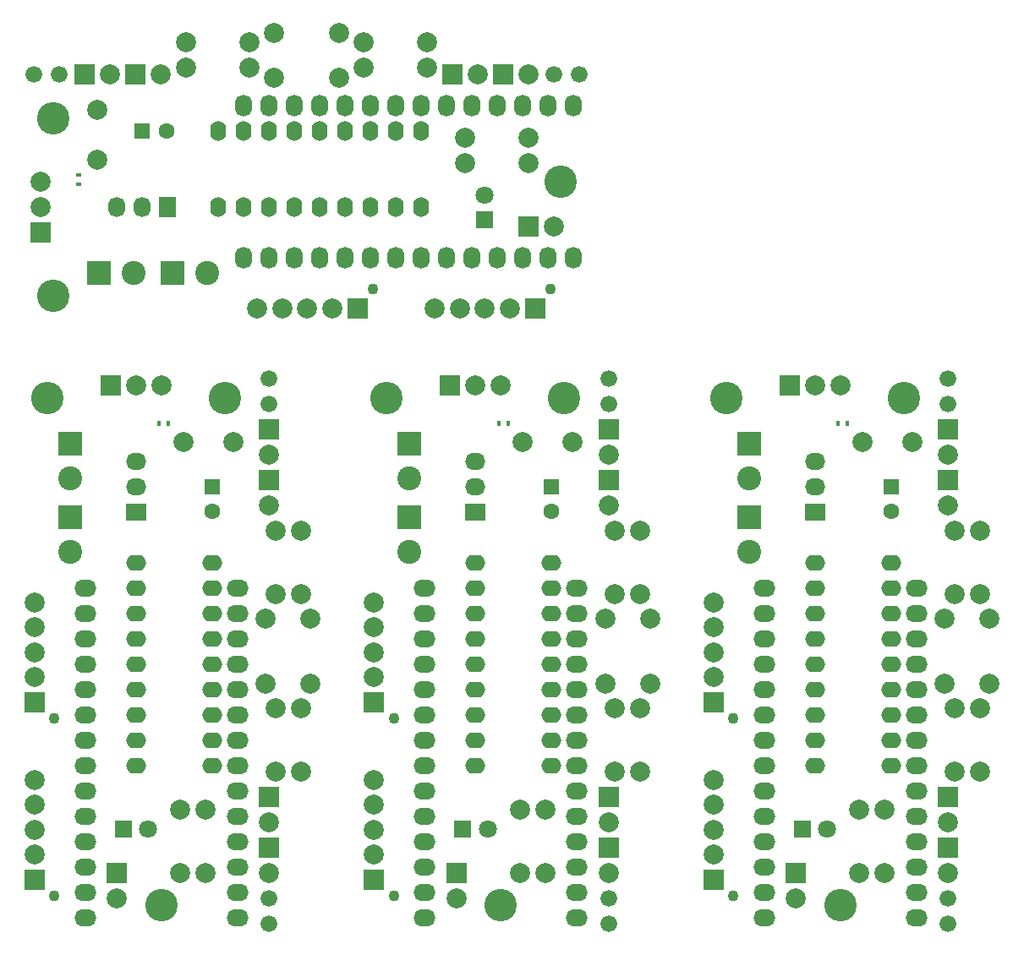
<source format=gbs>
%MOIN*%
%OFA0B0*%
%FSLAX46Y46*%
%IPPOS*%
%LPD*%
%ADD10C,0.0039370078740157488*%
%ADD11R,0.07874015748031496X0.07874015748031496*%
%ADD12C,0.07874015748031496*%
%ADD13C,0.043307086614173235*%
%ADD14R,0.08X0.068*%
%ADD15O,0.08X0.068*%
%ADD16O,0.086614173228346469X0.066929133858267723*%
%ADD17C,0.066*%
%ADD18R,0.070866141732283464X0.070866141732283464*%
%ADD19C,0.070866141732283464*%
%ADD20O,0.07874015748031496X0.062992125984251982*%
%ADD21C,0.12795275590551181*%
%ADD22C,0.062992125984251982*%
%ADD23R,0.062992125984251982X0.062992125984251982*%
%ADD24C,0.094488188976377951*%
%ADD25R,0.094488188976377951X0.094488188976377951*%
%ADD26R,0.015748031496062995X0.023622047244094488*%
%ADD27C,0.0787*%
%ADD38C,0.0039370078740157488*%
%ADD39R,0.07874015748031496X0.07874015748031496*%
%ADD40C,0.07874015748031496*%
%ADD41C,0.043307086614173235*%
%ADD42R,0.068X0.08*%
%ADD43O,0.068X0.08*%
%ADD44O,0.066929133858267723X0.086614173228346469*%
%ADD45C,0.066*%
%ADD46R,0.070866141732283464X0.070866141732283464*%
%ADD47C,0.070866141732283464*%
%ADD48O,0.062992125984251982X0.07874015748031496*%
%ADD49C,0.12795275590551181*%
%ADD50C,0.062992125984251982*%
%ADD51R,0.062992125984251982X0.062992125984251982*%
%ADD52C,0.094488188976377951*%
%ADD53R,0.094488188976377951X0.094488188976377951*%
%ADD54R,0.023622047244094488X0.015748031496062995*%
%ADD55C,0.0787*%
%ADD56C,0.0039370078740157488*%
%ADD57R,0.07874015748031496X0.07874015748031496*%
%ADD58C,0.07874015748031496*%
%ADD59C,0.043307086614173235*%
%ADD60R,0.08X0.068*%
%ADD61O,0.08X0.068*%
%ADD62O,0.086614173228346469X0.066929133858267723*%
%ADD63C,0.066*%
%ADD64R,0.070866141732283464X0.070866141732283464*%
%ADD65C,0.070866141732283464*%
%ADD66O,0.07874015748031496X0.062992125984251982*%
%ADD67C,0.12795275590551181*%
%ADD68C,0.062992125984251982*%
%ADD69R,0.062992125984251982X0.062992125984251982*%
%ADD70C,0.094488188976377951*%
%ADD71R,0.094488188976377951X0.094488188976377951*%
%ADD72R,0.015748031496062995X0.023622047244094488*%
%ADD73C,0.0787*%
%ADD74C,0.0039370078740157488*%
%ADD75R,0.07874015748031496X0.07874015748031496*%
%ADD76C,0.07874015748031496*%
%ADD77C,0.043307086614173235*%
%ADD78R,0.08X0.068*%
%ADD79O,0.08X0.068*%
%ADD80O,0.086614173228346469X0.066929133858267723*%
%ADD81C,0.066*%
%ADD82R,0.070866141732283464X0.070866141732283464*%
%ADD83C,0.070866141732283464*%
%ADD84O,0.07874015748031496X0.062992125984251982*%
%ADD85C,0.12795275590551181*%
%ADD86C,0.062992125984251982*%
%ADD87R,0.062992125984251982X0.062992125984251982*%
%ADD88C,0.094488188976377951*%
%ADD89R,0.094488188976377951X0.094488188976377951*%
%ADD90R,0.015748031496062995X0.023622047244094488*%
%ADD91C,0.0787*%
G01*
D10*
D11*
X-0004799999Y0004650000D02*
X0000100000Y0000250000D03*
D12*
X0000100000Y0000348425D03*
X0000100000Y0000446850D03*
X0000100000Y0000545275D03*
X0000100000Y0000643700D03*
D13*
X0000178740Y0000187007D03*
D14*
X0000500000Y0001700000D03*
D15*
X0000500000Y0001800000D03*
X0000500000Y0001900000D03*
D16*
X0000300000Y0000100000D03*
X0000300000Y0000200000D03*
X0000300000Y0000300000D03*
X0000300000Y0000400000D03*
X0000300000Y0000500000D03*
X0000300000Y0000600000D03*
X0000300000Y0000700000D03*
X0000300000Y0000800000D03*
X0000300000Y0000900000D03*
X0000300000Y0001000000D03*
X0000300000Y0001100000D03*
X0000300000Y0001200000D03*
X0000300000Y0001300000D03*
X0000300000Y0001400000D03*
D12*
X0000686574Y0001975000D03*
X0000883425Y0001975000D03*
X0001025000Y0000275000D03*
D11*
X0001025000Y0000375000D03*
D17*
X0001025000Y0002125000D03*
X0001025000Y0002225000D03*
D18*
X0000450000Y0000450000D03*
D19*
X0000548425Y0000450000D03*
D11*
X0000425000Y0000275000D03*
D12*
X0000425000Y0000176574D03*
D20*
X0000800000Y0000700000D03*
X0000800000Y0000800000D03*
X0000800000Y0000900000D03*
X0000800000Y0001000000D03*
X0000800000Y0001100000D03*
X0000800000Y0001200000D03*
X0000800000Y0001300000D03*
X0000800000Y0001400000D03*
X0000800000Y0001500000D03*
X0000500000Y0001500000D03*
X0000500000Y0001400000D03*
X0000500000Y0001300000D03*
X0000500000Y0001200000D03*
X0000500000Y0001100000D03*
X0000500000Y0001000000D03*
X0000500000Y0000900000D03*
X0000500000Y0000800000D03*
X0000500000Y0000700000D03*
D21*
X0000600000Y0000150000D03*
X0000850000Y0002150000D03*
X0000150000Y0002150000D03*
D22*
X0000800000Y0001701574D03*
D23*
X0000800000Y0001800000D03*
D11*
X0000400000Y0002200000D03*
D12*
X0000500000Y0002200000D03*
X0000600000Y0002200000D03*
D24*
X0000240000Y0001832204D03*
D25*
X0000240000Y0001970000D03*
D24*
X0000240000Y0001542204D03*
D25*
X0000240000Y0001680000D03*
D12*
X0001011417Y0001277952D03*
X0001188582Y0001277952D03*
X0001011417Y0001022047D03*
X0001188582Y0001022047D03*
D26*
X0000592283Y0002050000D03*
X0000627716Y0002050000D03*
D17*
X0001025000Y0000075000D03*
X0001025000Y0000175000D03*
D12*
X0001025000Y0000475000D03*
D11*
X0001025000Y0000575000D03*
D12*
X0001025000Y0001925000D03*
D11*
X0001025000Y0002025000D03*
D12*
X0001025000Y0001725000D03*
D11*
X0001025000Y0001825000D03*
D27*
X0000675000Y0000275000D03*
X0000675000Y0000525000D03*
X0000775000Y0000275000D03*
X0000775000Y0000525000D03*
X0001150000Y0001375000D03*
X0001150000Y0001625000D03*
X0001050000Y0001375000D03*
X0001050000Y0001625000D03*
X0001150000Y0000925000D03*
X0001150000Y0000675000D03*
X0001050000Y0000925000D03*
X0001050000Y0000675000D03*
D16*
X0000900000Y0000100000D03*
X0000900000Y0000200000D03*
X0000900000Y0000300000D03*
X0000900000Y0000400000D03*
X0000900000Y0000500000D03*
X0000900000Y0000600000D03*
X0000900000Y0000700000D03*
X0000900000Y0000800000D03*
X0000900000Y0000900000D03*
X0000900000Y0001000000D03*
X0000900000Y0001100000D03*
X0000900000Y0001200000D03*
X0000900000Y0001300000D03*
X0000900000Y0001400000D03*
D11*
X0000100000Y0000950000D03*
D12*
X0000100000Y0001048425D03*
X0000100000Y0001146850D03*
X0000100000Y0001245275D03*
X0000100000Y0001343700D03*
D13*
X0000178740Y0000887007D03*
G04 next file*
G04 #@! TF.FileFunction,Soldermask,Bot*
G04 Gerber Fmt 4.6, Leading zero omitted, Abs format (unit mm)*
G04 Created by KiCad (PCBNEW 4.0.6) date 02/13/20 12:12:51*
G01*
G04 APERTURE LIST*
G04 APERTURE END LIST*
D38*
D39*
X-0002327165Y-0002398425D02*
X0002072834Y0002501574D03*
D40*
X0001974409Y0002501574D03*
X0001875984Y0002501574D03*
X0001777559Y0002501574D03*
X0001679133Y0002501574D03*
D41*
X0002135826Y0002580315D03*
D42*
X0000622834Y0002901574D03*
D43*
X0000522834Y0002901574D03*
X0000422834Y0002901574D03*
D44*
X0002222834Y0002701574D03*
X0002122834Y0002701574D03*
X0002022834Y0002701574D03*
X0001922834Y0002701574D03*
X0001822834Y0002701574D03*
X0001722834Y0002701574D03*
X0001622834Y0002701574D03*
X0001522834Y0002701574D03*
X0001422834Y0002701574D03*
X0001322834Y0002701574D03*
X0001222834Y0002701574D03*
X0001122834Y0002701574D03*
X0001022834Y0002701574D03*
X0000922834Y0002701574D03*
D40*
X0000347834Y0003088149D03*
X0000347834Y0003285000D03*
X0002047834Y0003426574D03*
D39*
X0001947834Y0003426574D03*
D45*
X0000197834Y0003426574D03*
X0000097834Y0003426574D03*
D46*
X0001872834Y0002851574D03*
D47*
X0001872834Y0002950000D03*
D39*
X0002047834Y0002826574D03*
D40*
X0002146259Y0002826574D03*
D48*
X0001622834Y0003201574D03*
X0001522834Y0003201574D03*
X0001422834Y0003201574D03*
X0001322834Y0003201574D03*
X0001222834Y0003201574D03*
X0001122834Y0003201574D03*
X0001022834Y0003201574D03*
X0000922834Y0003201574D03*
X0000822834Y0003201574D03*
X0000822834Y0002901574D03*
X0000922834Y0002901574D03*
X0001022834Y0002901574D03*
X0001122834Y0002901574D03*
X0001222834Y0002901574D03*
X0001322834Y0002901574D03*
X0001422834Y0002901574D03*
X0001522834Y0002901574D03*
X0001622834Y0002901574D03*
D49*
X0002172834Y0003001574D03*
X0000172834Y0003251574D03*
X0000172834Y0002551574D03*
D50*
X0000621259Y0003201574D03*
D51*
X0000522834Y0003201574D03*
D39*
X0000122834Y0002801574D03*
D40*
X0000122834Y0002901574D03*
X0000122834Y0003001574D03*
D52*
X0000490629Y0002641574D03*
D53*
X0000352834Y0002641574D03*
D52*
X0000780629Y0002641574D03*
D53*
X0000642834Y0002641574D03*
D40*
X0001044881Y0003412992D03*
X0001044881Y0003590157D03*
X0001300787Y0003412992D03*
X0001300787Y0003590157D03*
D54*
X0000272834Y0002993858D03*
X0000272834Y0003029291D03*
D45*
X0002247834Y0003426574D03*
X0002147834Y0003426574D03*
D40*
X0001847834Y0003426574D03*
D39*
X0001747834Y0003426574D03*
D40*
X0000397834Y0003426574D03*
D39*
X0000297834Y0003426574D03*
D40*
X0000597834Y0003426574D03*
D39*
X0000497834Y0003426574D03*
D55*
X0002047834Y0003076574D03*
X0001797834Y0003076574D03*
X0002047834Y0003176574D03*
X0001797834Y0003176574D03*
X0000947834Y0003551574D03*
X0000697834Y0003551574D03*
X0000947834Y0003451574D03*
X0000697834Y0003451574D03*
X0001397834Y0003551574D03*
X0001647834Y0003551574D03*
X0001397834Y0003451574D03*
X0001647834Y0003451574D03*
D44*
X0002222834Y0003301574D03*
X0002122834Y0003301574D03*
X0002022834Y0003301574D03*
X0001922834Y0003301574D03*
X0001822834Y0003301574D03*
X0001722834Y0003301574D03*
X0001622834Y0003301574D03*
X0001522834Y0003301574D03*
X0001422834Y0003301574D03*
X0001322834Y0003301574D03*
X0001222834Y0003301574D03*
X0001122834Y0003301574D03*
X0001022834Y0003301574D03*
X0000922834Y0003301574D03*
D39*
X0001372834Y0002501574D03*
D40*
X0001274409Y0002501574D03*
X0001175984Y0002501574D03*
X0001077559Y0002501574D03*
X0000979133Y0002501574D03*
D41*
X0001435826Y0002580315D03*
G04 next file*
G04 #@! TF.FileFunction,Soldermask,Bot*
G04 Gerber Fmt 4.6, Leading zero omitted, Abs format (unit mm)*
G04 Created by KiCad (PCBNEW 4.0.6) date 02/13/20 12:12:51*
G01*
G04 APERTURE LIST*
G04 APERTURE END LIST*
D56*
D57*
X-0003461417Y0004650000D02*
X0001438582Y0000250000D03*
D58*
X0001438582Y0000348425D03*
X0001438582Y0000446850D03*
X0001438582Y0000545275D03*
X0001438582Y0000643700D03*
D59*
X0001517322Y0000187007D03*
D60*
X0001838582Y0001700000D03*
D61*
X0001838582Y0001800000D03*
X0001838582Y0001900000D03*
D62*
X0001638582Y0000100000D03*
X0001638582Y0000200000D03*
X0001638582Y0000300000D03*
X0001638582Y0000400000D03*
X0001638582Y0000500000D03*
X0001638582Y0000600000D03*
X0001638582Y0000700000D03*
X0001638582Y0000800000D03*
X0001638582Y0000900000D03*
X0001638582Y0001000000D03*
X0001638582Y0001100000D03*
X0001638582Y0001200000D03*
X0001638582Y0001300000D03*
X0001638582Y0001400000D03*
D58*
X0002025157Y0001975000D03*
X0002222007Y0001975000D03*
X0002363582Y0000275000D03*
D57*
X0002363582Y0000375000D03*
D63*
X0002363582Y0002125000D03*
X0002363582Y0002225000D03*
D64*
X0001788582Y0000450000D03*
D65*
X0001887007Y0000450000D03*
D57*
X0001763582Y0000275000D03*
D58*
X0001763582Y0000176574D03*
D66*
X0002138582Y0000700000D03*
X0002138582Y0000800000D03*
X0002138582Y0000900000D03*
X0002138582Y0001000000D03*
X0002138582Y0001100000D03*
X0002138582Y0001200000D03*
X0002138582Y0001300000D03*
X0002138582Y0001400000D03*
X0002138582Y0001500000D03*
X0001838582Y0001500000D03*
X0001838582Y0001400000D03*
X0001838582Y0001300000D03*
X0001838582Y0001200000D03*
X0001838582Y0001100000D03*
X0001838582Y0001000000D03*
X0001838582Y0000900000D03*
X0001838582Y0000800000D03*
X0001838582Y0000700000D03*
D67*
X0001938582Y0000150000D03*
X0002188582Y0002150000D03*
X0001488582Y0002150000D03*
D68*
X0002138582Y0001701574D03*
D69*
X0002138582Y0001800000D03*
D57*
X0001738582Y0002200000D03*
D58*
X0001838582Y0002200000D03*
X0001938582Y0002200000D03*
D70*
X0001578582Y0001832204D03*
D71*
X0001578582Y0001970000D03*
D70*
X0001578582Y0001542204D03*
D71*
X0001578582Y0001680000D03*
D58*
X0002350000Y0001277952D03*
X0002527165Y0001277952D03*
X0002350000Y0001022047D03*
X0002527165Y0001022047D03*
D72*
X0001930866Y0002050000D03*
X0001966299Y0002050000D03*
D63*
X0002363582Y0000075000D03*
X0002363582Y0000175000D03*
D58*
X0002363582Y0000475000D03*
D57*
X0002363582Y0000575000D03*
D58*
X0002363582Y0001925000D03*
D57*
X0002363582Y0002025000D03*
D58*
X0002363582Y0001725000D03*
D57*
X0002363582Y0001825000D03*
D73*
X0002013582Y0000275000D03*
X0002013582Y0000525000D03*
X0002113582Y0000275000D03*
X0002113582Y0000525000D03*
X0002488582Y0001375000D03*
X0002488582Y0001625000D03*
X0002388582Y0001375000D03*
X0002388582Y0001625000D03*
X0002488582Y0000925000D03*
X0002488582Y0000675000D03*
X0002388582Y0000925000D03*
X0002388582Y0000675000D03*
D62*
X0002238582Y0000100000D03*
X0002238582Y0000200000D03*
X0002238582Y0000300000D03*
X0002238582Y0000400000D03*
X0002238582Y0000500000D03*
X0002238582Y0000600000D03*
X0002238582Y0000700000D03*
X0002238582Y0000800000D03*
X0002238582Y0000900000D03*
X0002238582Y0001000000D03*
X0002238582Y0001100000D03*
X0002238582Y0001200000D03*
X0002238582Y0001300000D03*
X0002238582Y0001400000D03*
D57*
X0001438582Y0000950000D03*
D58*
X0001438582Y0001048425D03*
X0001438582Y0001146850D03*
X0001438582Y0001245275D03*
X0001438582Y0001343700D03*
D59*
X0001517322Y0000887007D03*
G04 next file*
G04 #@! TF.FileFunction,Soldermask,Bot*
G04 Gerber Fmt 4.6, Leading zero omitted, Abs format (unit mm)*
G04 Created by KiCad (PCBNEW 4.0.6) date 02/13/20 12:12:51*
G01*
G04 APERTURE LIST*
G04 APERTURE END LIST*
D74*
D75*
X-0002122834Y0004650000D02*
X0002777165Y0000250000D03*
D76*
X0002777165Y0000348425D03*
X0002777165Y0000446850D03*
X0002777165Y0000545275D03*
X0002777165Y0000643700D03*
D77*
X0002855905Y0000187007D03*
D78*
X0003177165Y0001700000D03*
D79*
X0003177165Y0001800000D03*
X0003177165Y0001900000D03*
D80*
X0002977165Y0000100000D03*
X0002977165Y0000200000D03*
X0002977165Y0000300000D03*
X0002977165Y0000400000D03*
X0002977165Y0000500000D03*
X0002977165Y0000600000D03*
X0002977165Y0000700000D03*
X0002977165Y0000800000D03*
X0002977165Y0000900000D03*
X0002977165Y0001000000D03*
X0002977165Y0001100000D03*
X0002977165Y0001200000D03*
X0002977165Y0001300000D03*
X0002977165Y0001400000D03*
D76*
X0003363740Y0001975000D03*
X0003560590Y0001975000D03*
X0003702165Y0000275000D03*
D75*
X0003702165Y0000375000D03*
D81*
X0003702165Y0002125000D03*
X0003702165Y0002225000D03*
D82*
X0003127165Y0000450000D03*
D83*
X0003225590Y0000450000D03*
D75*
X0003102165Y0000275000D03*
D76*
X0003102165Y0000176574D03*
D84*
X0003477165Y0000700000D03*
X0003477165Y0000800000D03*
X0003477165Y0000900000D03*
X0003477165Y0001000000D03*
X0003477165Y0001100000D03*
X0003477165Y0001200000D03*
X0003477165Y0001300000D03*
X0003477165Y0001400000D03*
X0003477165Y0001500000D03*
X0003177165Y0001500000D03*
X0003177165Y0001400000D03*
X0003177165Y0001300000D03*
X0003177165Y0001200000D03*
X0003177165Y0001100000D03*
X0003177165Y0001000000D03*
X0003177165Y0000900000D03*
X0003177165Y0000800000D03*
X0003177165Y0000700000D03*
D85*
X0003277165Y0000150000D03*
X0003527165Y0002150000D03*
X0002827165Y0002150000D03*
D86*
X0003477165Y0001701574D03*
D87*
X0003477165Y0001800000D03*
D75*
X0003077165Y0002200000D03*
D76*
X0003177165Y0002200000D03*
X0003277165Y0002200000D03*
D88*
X0002917165Y0001832204D03*
D89*
X0002917165Y0001970000D03*
D88*
X0002917165Y0001542204D03*
D89*
X0002917165Y0001680000D03*
D76*
X0003688582Y0001277952D03*
X0003865748Y0001277952D03*
X0003688582Y0001022047D03*
X0003865748Y0001022047D03*
D90*
X0003269448Y0002050000D03*
X0003304881Y0002050000D03*
D81*
X0003702165Y0000075000D03*
X0003702165Y0000175000D03*
D76*
X0003702165Y0000475000D03*
D75*
X0003702165Y0000575000D03*
D76*
X0003702165Y0001925000D03*
D75*
X0003702165Y0002025000D03*
D76*
X0003702165Y0001725000D03*
D75*
X0003702165Y0001825000D03*
D91*
X0003352165Y0000275000D03*
X0003352165Y0000525000D03*
X0003452165Y0000275000D03*
X0003452165Y0000525000D03*
X0003827165Y0001375000D03*
X0003827165Y0001625000D03*
X0003727165Y0001375000D03*
X0003727165Y0001625000D03*
X0003827165Y0000925000D03*
X0003827165Y0000675000D03*
X0003727165Y0000925000D03*
X0003727165Y0000675000D03*
D80*
X0003577165Y0000100000D03*
X0003577165Y0000200000D03*
X0003577165Y0000300000D03*
X0003577165Y0000400000D03*
X0003577165Y0000500000D03*
X0003577165Y0000600000D03*
X0003577165Y0000700000D03*
X0003577165Y0000800000D03*
X0003577165Y0000900000D03*
X0003577165Y0001000000D03*
X0003577165Y0001100000D03*
X0003577165Y0001200000D03*
X0003577165Y0001300000D03*
X0003577165Y0001400000D03*
D75*
X0002777165Y0000950000D03*
D76*
X0002777165Y0001048425D03*
X0002777165Y0001146850D03*
X0002777165Y0001245275D03*
X0002777165Y0001343700D03*
D77*
X0002855905Y0000887007D03*
M02*
</source>
